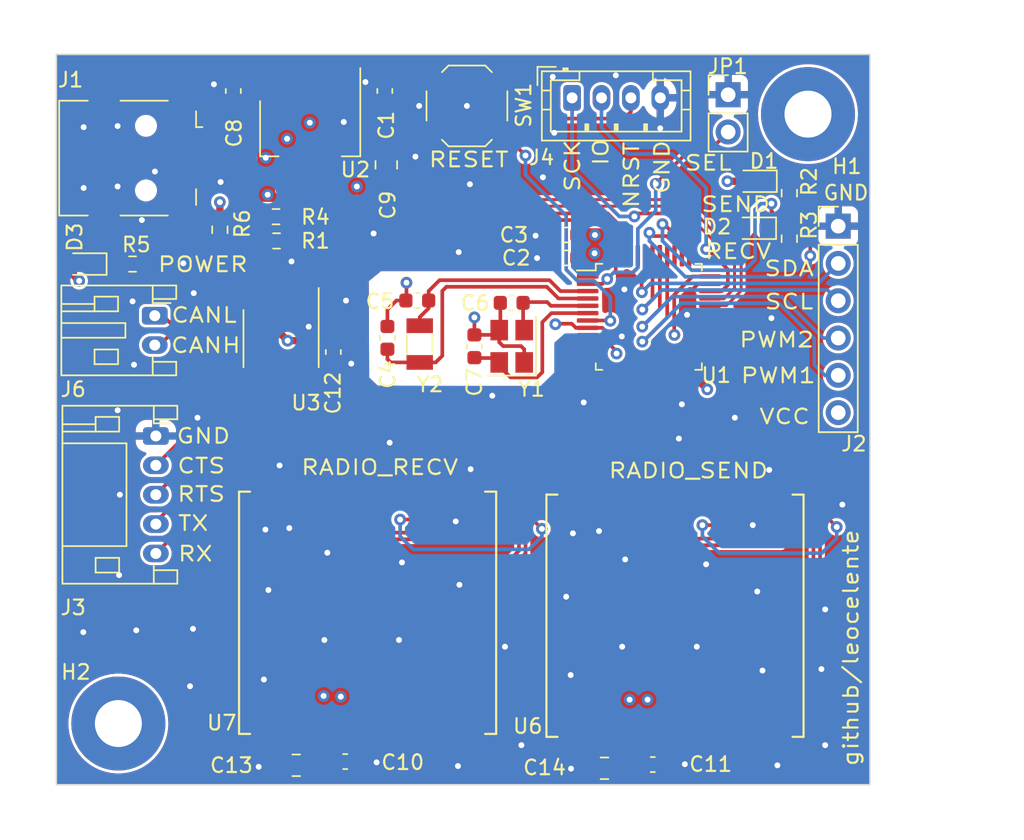
<source format=kicad_pcb>
(kicad_pcb (version 20221018) (generator pcbnew)
  (layers (0 "F.Cu" signal) (1 "In1.Cu" signal) (2 "In2.Cu" signal) (31 "B.Cu" signal) (34 "B.Paste" user) (35 "F.Paste" user) (36 "B.SilkS" user "B.Silkscreen") (37 "F.SilkS" user "F.Silkscreen") (38 "B.Mask" user) (39 "F.Mask" user) (44 "Edge.Cuts" user))
  (net 0 "")
  (net 1 "GND")
  (net 2 "/NRST")
  (net 3 "VCC")
  (net 4 "/LSE_OUT")
  (net 5 "/LSE_IN")
  (net 6 "/HSE_IN")
  (net 7 "/HSE_OUT")
  (net 8 "VBUS")
  (net 9 "/USB_DP")
  (net 11 "/SELECT")
  (net 12 "/I2C_SDA")
  (net 13 "/I2C_SCL")
  (net 14 "/PWM_2")
  (net 15 "/PWM_1")
  (net 16 "/CAN_H")
  (net 17 "/CAN_L")
  (net 18 "/UART_CTS")
  (net 19 "/UART_RTS")
  (net 20 "/UART_TX")
  (net 21 "/UART_RX")
  (net 22 "/RADIO_RECV_NSS")
  (net 23 "/RADIO_RECV_SCK")
  (net 24 "/RADIO_RECV_MISO")
  (net 25 "/RADIO_RECV_MOSI")
  (net 26 "/RADIO_RECV_RST")
  (net 27 "/RADIO_RECV_BUSY")
  (net 28 "/RADIO_RECV_DIO1")
  (net 31 "/RADIO_SEND_NSS")
  (net 32 "/RADIO_SEND_SCK")
  (net 33 "/RADIO_SEND_MISO")
  (net 34 "/RADIO_SEND_MOSI")
  (net 35 "/RADIO_SEND_RST")
  (net 36 "/RADIO_SEND_BUSY")
  (net 37 "/RADIO_SEND_DIO1")
  (net 38 "/SWDIO")
  (net 39 "/SWDCLK")
  (net 40 "/RECV_LED")
  (net 41 "/SEND_LED")
  (net 42 "/CAN_RX")
  (net 43 "/CAN_TX")
  (net 50 "unconnected-(U7-ANT-Pad1)")
  (net 53 "/CONN_DN")
  (net 54 "Net-(D1-K)")
  (net 55 "Net-(D2-K)")
  (net 56 "/CONN_DP")
  (net 57 "Net-(D3-K)")
  (net 58 "/USB_DN")
  (footprint "Connector_JST:JST_PH_S2B-PH-K_1x02_P2.00mm_Horizontal" (layer "F.Cu") (at 69.686 62.04 -90)
    (fp_text reference "J6")
    (fp_text value "Conn_01x02")
  )
  (footprint "Capacitor_SMD:C_0805_2012Metric" (layer "F.Cu") (at 79.314 92.6592 180)
    (fp_text reference "C13")
    (fp_text value "10u")
  )
  (footprint "Capacitor_SMD:C_0603_1608Metric" (layer "F.Cu") (at 97.6388 56.5404 180)
    (fp_text reference "C3")
    (fp_text value "10n")
  )
  (footprint "Capacitor_SMD:C_0603_1608Metric" (layer "F.Cu") (at 93.98 61.1632)
    (fp_text reference "C6")
    (fp_text value "22p")
  )
  (footprint "Crystal:Crystal_SMD_3225-4Pin_3.2x2.5mm" (layer "F.Cu") (at 93.9812 64.12 90)
    (fp_text reference "Y1")
    (fp_text value "16M")
  )
  (footprint "Capacitor_SMD:C_0603_1608Metric" (layer "F.Cu") (at 85.344 46.736 -90)
    (fp_text reference "C1")
    (fp_text value "0.1u")
  )
  (footprint "Resistor_SMD:R_0603_1608Metric" (layer "F.Cu") (at 112.8776 56.7944 90)
    (fp_text reference "R3")
    (fp_text value "330")
  )
  (footprint "Resistor_SMD:R_0603_1608Metric" (layer "F.Cu") (at 68.1736 58.5216)
    (fp_text reference "R5")
    (fp_text value "330")
  )
  (footprint "MountingHole:MountingHole_3.2mm_M3_Pad" (layer "F.Cu") (at 114.1476 48.3108)
    (fp_text reference "H1")
    (fp_text value "MountingHole")
  )
  (footprint "Connector_USB:USB_Mini-B_Lumberg_2486_01_Horizontal" (layer "F.Cu") (at 69.088 51.308 -90)
    (fp_text reference "J1")
    (fp_text value "USB_B_Mini")
  )
  (footprint "Resistor_SMD:R_0603_1608Metric" (layer "F.Cu") (at 74.1172 56.1848 90)
    (fp_text reference "R6")
    (fp_text value "1.5k")
  )
  (footprint "Connector_PinHeader_2.54mm:PinHeader_1x02_P2.54mm_Vertical" (layer "F.Cu") (at 108.712 46.99)
    (fp_text reference "JP1")
    (fp_text value "Jumper_2_Open")
  )
  (footprint "LED_SMD:LED_0603_1608Metric" (layer "F.Cu") (at 64.9224 58.5216 180)
    (fp_text reference "D3")
    (fp_text value "LED")
  )
  (footprint "MountingHole:MountingHole_3.2mm_M3_Pad" (layer "F.Cu") (at 67.2084 89.8144)
    (fp_text reference "H2")
    (fp_text value "MountingHole")
  )
  (footprint "Capacitor_SMD:C_0603_1608Metric" (layer "F.Cu") (at 75.0316 46.736 90)
    (fp_text reference "C8")
    (fp_text value "0.1u")
  )
  (footprint "Connector_JST:JST_PH_B4B-PH-K_1x04_P2.00mm_Vertical" (layer "F.Cu") (at 98.092 47.202)
    (fp_text reference "J4")
    (fp_text value "Conn_01x04")
  )
  (footprint "Crystal:Crystal_SMD_3215-2Pin_3.2x1.5mm" (layer "F.Cu") (at 87.7192 63.97 -90)
    (fp_text reference "Y2")
    (fp_text value "32.768k")
  )
  (footprint "Connector_JST:JST_PH_S5B-PH-K_1x05_P2.00mm_Horizontal" (layer "F.Cu") (at 69.76 70.231 -90)
    (fp_text reference "J3")
    (fp_text value "Conn_01x05")
  )
  (footprint "Resistor_SMD:R_0603_1608Metric" (layer "F.Cu") (at 77.978 56.9468)
    (fp_text reference "R1")
    (fp_text value "22")
  )
  (footprint "Capacitor_SMD:C_0805_2012Metric" (layer "F.Cu") (at 85.4456 51.7652 90)
    (fp_text reference "C9")
    (fp_text value "10u")
  )
  (footprint "RF_Module:Ai-Thinker-Ra-01-LoRa" (layer "F.Cu") (at 84.1728 82.2716 90)
    (fp_text reference "U7")
    (fp_text value "Ai-Thinker-Ra-01SH")
  )
  (footprint "Capacitor_SMD:C_0603_1608Metric" (layer "F.Cu") (at 97.6376 58.1028 180)
    (fp_text reference "C2")
    (fp_text value "0.1u")
  )
  (footprint "Capacitor_SMD:C_0603_1608Metric" (layer "F.Cu") (at 81.8388 64.516 -90)
    (fp_text reference "C12")
    (fp_text value "0.1u")
  )
  (footprint "Capacitor_SMD:C_0805_2012Metric" (layer "F.Cu") (at 100.2944 92.8624 180)
    (fp_text reference "C14")
    (fp_text value "10u")
  )
  (footprint "Resistor_SMD:R_0603_1608Metric" (layer "F.Cu") (at 77.9404 55.2958)
    (fp_text reference "R4")
    (fp_text value "22")
  )
  (footprint "Button_Switch_SMD:SW_SPST_TL3342" (layer "F.Cu") (at 90.932 47.752)
    (fp_text reference "SW1")
    (fp_text value "SW_Push")
  )
  (footprint "Capacitor_SMD:C_0603_1608Metric" (layer "F.Cu") (at 87.5532 61.006)
    (fp_text reference "C5")
    (fp_text value "6p")
  )
  (footprint "Connector_PinHeader_2.54mm:PinHeader_1x06_P2.54mm_Vertical" (layer "F.Cu") (at 116.205 55.94)
    (fp_text reference "J2")
    (fp_text value "Conn_01x06_Pin")
  )
  (footprint "Capacitor_SMD:C_0603_1608Metric" (layer "F.Cu") (at 91.4412 64.12 -90)
    (fp_text reference "C7")
    (fp_text value "22p")
  )
  (footprint "Resistor_SMD:R_0603_1608Metric" (layer "F.Cu") (at 112.8776 53.6956 -90)
    (fp_text reference "R2")
    (fp_text value "330")
  )
  (footprint "LED_SMD:LED_0603_1608Metric" (layer "F.Cu") (at 110.49 56.0832 180)
    (fp_text reference "D2")
    (fp_text value "LED")
  )
  (footprint "LED_SMD:LED_0603_1608Metric" (layer "F.Cu") (at 110.5408 52.8828 180)
    (fp_text reference "D1")
    (fp_text value "LED")
  )
  (footprint "RF_Module:Ai-Thinker-Ra-01-LoRa" (layer "F.Cu") (at 105.0948 82.4728 90)
    (fp_text reference "U6")
    (fp_text value "Ai-Thinker-Ra-01SH")
  )
  (footprint "Capacitor_SMD:C_0603_1608Metric" (layer "F.Cu") (at 82.6516 92.4052)
    (fp_text reference "C10")
    (fp_text value "0.1u")
  )
  (footprint "Package_QFP:LQFP-48_7x7mm_P0.5mm" (layer "F.Cu") (at 103.313 62.116)
    (fp_text reference "U1")
    (fp_text value "STM32F103C8Tx")
  )
  (footprint "Package_TO_SOT_SMD:SOT-223-3_TabPin2" (layer "F.Cu") (at 80.264 49.276 -90)
    (fp_text reference "U2")
    (fp_text value "AMS1117-3.3")
  )
  (footprint "Package_SO:SOIC-8_3.9x4.9mm_P1.27mm" (layer "F.Cu") (at 78.2828 63.6016 -90)
    (fp_text reference "U3")
    (fp_text value "SN65HVD230")
  )
  (footprint "Capacitor_SMD:C_0603_1608Metric" (layer "F.Cu") (at 103.5812 92.6084)
    (fp_text reference "C11")
    (fp_text value "0.1u")
  )
  (footprint "Capacitor_SMD:C_0603_1608Metric" (layer "F.Cu") (at 85.5212 63.546 -90)
    (fp_text reference "C4")
    (fp_text value "6p")
  )
  (gr_rect (start 62.992 44.2468) (end 118.364 93.98) (stroke (width 0.1)) (fill none) (layer "Edge.Cuts"))
  (gr_text "RTS" (at 71.12 74.7776) (layer "F.SilkS") (effects (font (size 1 1.2)) (justify left bottom)))
  (gr_text "IO" (at 100.6348 51.9176 90) (layer "F.SilkS") (effects (font (size 1 1.2)) (justify left bottom)))
  (gr_text "NRST" (at 102.7176 54.8132 90) (layer "F.SilkS") (effects (font (size 1 1.2)) (justify left bottom)))
  (gr_text "CTS" (at 71.12 72.8472) (layer "F.SilkS") (effects (font (size 1 1.2)) (justify left bottom)))
  (gr_text "RX" (at 71.1708 78.8416) (layer "F.SilkS") (effects (font (size 1 1.2)) (justify left bottom)))
  (gr_text "CANL" (at 70.7136 62.5856) (layer "F.SilkS") (effects (font (size 1 1.2)) (justify left bottom)))
  (gr_text "TX" (at 71.1708 76.7588) (layer "F.SilkS") (effects (font (size 1 1.2)) (justify left bottom)))
  (gr_text "SCL" (at 111.0996 61.6712) (layer "F.SilkS") (effects (font (size 1 1.2)) (justify left bottom)))
  (gr_text "SEND" (at 106.7816 55.0418) (layer "F.SilkS") (effects (font (size 1 1.2)) (justify left bottom)))
  (gr_text "github/leocelente" (at 117.6528 92.8116 90) (layer "F.SilkS") (effects (font (size 1 1.2)) (justify left bottom)))
  (gr_text "RADIO_SEND" (at 100.4824 73.1774) (layer "F.SilkS") (effects (font (size 1 1.2)) (justify left bottom)))
  (gr_text "PWM1" (at 109.474 66.7004) (layer "F.SilkS") (effects (font (size 1 1.2)) (justify left bottom)))
  (gr_text "CANH" (at 70.6882 64.643) (layer "F.SilkS") (effects (font (size 1 1.2)) (justify left bottom)))
  (gr_text "RECV" (at 107.0356 58.2422) (layer "F.SilkS") (effects (font (size 1 1.2)) (justify left bottom)))
  (gr_text "PWM2" (at 109.3724 64.262) (layer "F.SilkS") (effects (font (size 1 1.2)) (justify left bottom)))
  (gr_text "GND" (at 104.8004 53.848 90) (layer "F.SilkS") (effects (font (size 1 1.2)) (justify left bottom)))
  (gr_text "POWER" (at 69.7992 59.1312) (layer "F.SilkS") (effects (font (size 1 1.2)) (justify left bottom)))
  (gr_text "SCK" (at 98.7044 53.6956 90) (layer "F.SilkS") (effects (font (size 1 1.2)) (justify left bottom)))
  (gr_text "GND" (at 71.0692 70.8152) (layer "F.SilkS") (effects (font (size 1 1.2)) (justify left bottom)))
  (gr_text "VCC" (at 110.744 69.4944) (layer "F.SilkS") (effects (font (size 1 1.2)) (justify left bottom)))
  (gr_text "RADIO_RECV" (at 79.5528 72.9488) (layer "F.SilkS") (effects (font (size 1 1.2)) (justify left bottom)))
  (gr_text "GND" (at 115.1128 54.2544) (layer "F.SilkS") (effects (font (size 1 1)) (justify left bottom)))
  (gr_text "SEL" (at 105.664 52.2224) (layer "F.SilkS") (effects (font (size 1 1.2)) (justify left bottom)))
  (gr_text "SDA" (at 111.0742 59.4106) (layer "F.SilkS") (effects (font (size 1 1.2)) (justify left bottom)))
  (gr_text "RESET" (at 88.2396 51.9938) (layer "F.SilkS") (effects (font (size 1 1.2)) (justify left bottom)))
  (segment (start 105.563 68.0714) (end 105.563 66.2785) (width 0.25) (layer "F.Cu") (net 1))
  (segment (start 95.7196 58.1028) (end 95.7072 58.1152) (width 0.5) (layer "F.Cu") (net 1))
  (segment (start 72.3392 60.5028) (end 72.2376 60.6044) (width 0.25) (layer "F.Cu") (net 1))
  (segment (start 78.9432 61.1012) (end 78.9178 61.1266) (width 0.5) (layer "F.Cu") (net 1))
  (segment (start 93.2062 62.945) (end 93.1312 63.02) (width 0.25) (layer "F.Cu") (net 1))
  (segment (start 91.4412 62.1538) (end 91.4412 63.345) (width 0.25) (layer "F.Cu") (net 1))
  (segment (start 95.6564 56.5404) (end 95.6056 56.5912) (width 0.5) (layer "F.Cu") (net 1))
  (segment (start 97.204 58.1028) (end 95.7196 58.1028) (width 0.25) (layer "F.Cu") (net 1))
  (segment (start 94.615 64.1096) (end 94.8312 64.3258) (width 0.25) (layer "F.Cu") (net 1))
  (segment (start 104.309 46.985) (end 104.092 47.202) (width 0.25) (layer "F.Cu") (net 1))
  (segment (start 95.6056 58.0136) (end 95.7072 58.1152) (width 0.5) (layer "F.Cu") (net 1))
  (segment (start 98.066915 62.5856) (end 98.347315 62.866) (width 0.25) (layer "F.Cu") (net 1))
  (segment (start 96.8638 56.5404) (end 95.6564 56.5404) (width 0.5) (layer "F.Cu") (net 1))
  (segment (start 104.092 47.8056) (end 104.092 47.202) (width 0.25) (layer "F.Cu") (net 1))
  (segment (start 97.2052 58.1016) (end 97.204 58.1028) (width 0.25) (layer "F.Cu") (net 1))
  (segment (start 105.918 60.620315) (end 106.672315 59.866) (width 0.25) (layer "F.Cu") (net 1))
  (segment (start 93.2062 61.072) (end 93.2062 62.945) (width 0.25) (layer "F.Cu") (net 1))
  (segment (start 94.8312 64.3258) (end 94.8312 65.22) (width 0.25) (layer "F.Cu") (net 1))
  (segment (start 106.672315 59.866) (end 107.4755 59.866) (width 0.25) (layer "F.Cu") (net 1))
  (segment (start 93.3958 64.1096) (end 94.615 64.1096) (width 0.25) (layer "F.Cu") (net 1))
  (segment (start 68.0212 65.3796) (end 68.2752 65.3796) (width 0.25) (layer "F.Cu") (net 1))
  (segment (start 100.735694 63.4492) (end 100.152494 62.866) (width 0.25) (layer "F.Cu") (net 1))
  (segment (start 98.347315 62.866) (end 99.1505 62.866) (width 0.25) (layer "F.Cu") (net 1))
  (segment (start 96.953649 62.617749) (end 96.985798 62.5856) (width 0.25) (layer "F.Cu") (net 1))
  (segment (start 85.4964 50.7644) (end 85.4456 50.8152) (width 0.5) (layer "F.Cu") (net 1))
  (segment (start 87.673 45.961) (end 87.782 45.852) (width 0.5) (layer "F.Cu") (net 1))
  (segment (start 101.473 63.4492) (end 100.735694 63.4492) (width 0.25) (layer "F.Cu") (net 1))
  (segment (start 93.1312 63.12) (end 93.1312 63.845) (width 0.25) (layer "F.Cu") (net 1))
  (segment (start 105.918 61.976) (end 105.918 60.620315) (width 0.25) (layer "F.Cu") (net 1))
  (segment (start 101.6508 60.2488) (end 101.6508 59.687115) (width 0.25) (layer "F.Cu") (net 1))
  (segment (start 79.1728 90.2716) (end 79.1728 91.8504) (width 0.5) (layer "F.Cu") (net 1))
  (segment (start 85.179 46.126) (end 85.344 45.961) (width 0.5) (layer "F.Cu") (net 1))
  (segment (start 96.985798 62.5856) (end 98.066915 62.5856) (width 0.25) (layer "F.Cu") (net 1))
  (segment (start 105.5624 68.072) (end 105.563 68.0714) (width 0.25) (layer "F.Cu") (net 1))
  (segment (start 86.8172 60.967) (end 86.7782 61.006) (width 0.25) (layer "F.Cu") (net 1))
  (segment (start 102.563 58.756685) (end 102.563 57.9535) (width 0.25) (layer "F.Cu") (net 1))
  (segment (start 68.2752 61.1632) (end 68.1736 61.0616) (width 0.25) (layer "F.Cu") (net 1))
  (segment (start 101.6508 59.668885) (end 102.563 58.756685) (width 0.25) (layer "F.Cu") (net 1))
  (segment (start 100.0948 90.4728) (end 100.0948 92.112) (width 0.5) (layer "F.Cu") (net 1))
  (segment (start 97.2052 56.5404) (end 95.6564 56.5404) (width 0.25) (layer "F.Cu") (net 1))
  (segment (start 93.1312 63.845) (end 93.3958 64.1096) (width 0.25) (layer "F.Cu") (net 1))
  (segment (start 86.8172 59.7916) (end 86.8172 60.967) (width 0.25) (layer "F.Cu") (net 1))
  (segment (start 101.6508 59.687115) (end 101.063 59.099315) (width 0.25) (layer "F.Cu") (net 1))
  (segment (start 96.8626 58.1028) (end 95.7196 58.1028) (width 0.5) (layer "F.Cu") (net 1))
  (segment (start 100.152494 62.866) (end 99.1505 62.866) (width 0.25) (layer "F.Cu") (net 1))
  (segment (start 85.5212 62.771) (end 85.5212 61.621) (width 0.25) (layer "F.Cu") (net 1))
  (segment (start 74.168 52.9336) (end 74.1424 52.908) (width 0.5) (layer "F.Cu") (net 1))
  (segment (start 92.8062 63.345) (end 93.1312 63.02) (width 0.25) (layer "F.Cu") (net 1))
  (segment (start 85.5212 61.621) (end 86.1362 61.006) (width 0.25) (layer "F.Cu") (net 1))
  (segment (start 101.063 59.099315) (end 101.063 57.9535) (width 0.25) (layer "F.Cu") (net 1))
  (segment (start 79.1728 91.8504) (end 78.364 92.6592) (width 0.5) (layer "F.Cu") (net 1))
  (segment (start 86.1362 61.006) (end 86.7782 61.006) (width 0.25) (layer "F.Cu") (net 1))
  (segment (start 71.788 52.908) (end 71.6536 52.908) (width 0.5) (layer "F.Cu") (net 1))
  (segment (start 91.4412 63.345) (end 92.8062 63.345) (width 0.25) (layer "F.Cu") (net 1))
  (segment (start 96.8638 58.1016) (end 96.8626 58.1028) (width 0.5) (layer "F.Cu") (net 1))
  (segment (start 101.6508 60.2488) (end 101.6508 59.668885) (width 0.25) (layer "F.Cu") (net 1))
  (segment (start 99.809 90.77) (end 100.156 90.423) (width 0.5) (layer "F.Cu") (net 1))
  (segment (start 100.0948 92.112) (end 99.3444 92.8624) (width 0.5) (layer "F.Cu") (net 1))
  (segment (start 95.6564 58.0396) (end 95.7196 58.1028) (width 0.25) (layer "F.Cu") (net 1))
  (via (at 78.994 58.3438) (size 0.8) (drill 0.4) (layers "F.Cu" "B.Cu") (net 1))
  (via (at 90.424 80.3656) (size 0.8) (drill 0.4) (layers "F.Cu" "B.Cu") (net 1))
  (via (at 74.168 52.9336) (size 0.8) (drill 0.4) (layers "F.Cu" "B.Cu") (net 1))
  (via (at 80.1624 62.7888) (size 0.8) (drill 0.4) (layers "F.Cu" "B.Cu") (net 1))
  (via (at 98.8822 67.945) (size 0.8) (drill 0.4) (layers "F.Cu" "B.Cu") (net 1))
  (via (at 78.1812 72.2376) (size 0.8) (drill 0.4) (layers "F.Cu" "B.Cu") (net 1))
  (via (at 96.8756 49.5808) (size 0.8) (drill 0.4) (layers "F.Cu" "B.Cu") (net 1))
  (via (at 68.4276 83.4644) (size 0.8) (drill 0.4) (layers "F.Cu" "B.Cu") (net 1))
  (via (at 106.5784 84.582) (size 0.8) (drill 0.4) (layers "F.Cu" "B.Cu") (net 1))
  (via (at 101.4984 84.582) (size 0.8) (drill 0.4) (layers "F.Cu" "B.Cu") (net 1))
  (via (at 111.0488 86.2076) (size 0.8) (drill 0.4) (layers "F.Cu" "B.Cu") (net 1))
  (via (at 91.186 72.4916) (size 0.8) (drill 0.4) (layers "F.Cu" "B.Cu") (net 1))
  (via (at 97.9932 86.5124) (size 0.8) (drill 0.4) (layers "F.Cu" "B.Cu") (net 1))
  (via (at 105.918 61.976) (size 0.8) (drill 0.4) (layers "F.Cu" "B.Cu") (net 1))
  (via (at 94.6404 91.2876) (size 0.8) (drill 0.4) (layers "F.Cu" "B.Cu") (net 1))
  (via (at 115.062 86.106) (size 0.8) (drill 0.4) (layers "F.Cu" "B.Cu") (net 1))
  (via (at 82.55 48.8442) (size 0.8) (drill 0.4) (layers "F.Cu" "B.Cu") (net 1))
  (via (at 90.17 76.0476) (size 0.8) (drill 0.4) (layers "F.Cu" "B.Cu") (net 1))
  (via (at 64.8462 49.1998) (size 0.8) (drill 0.4) (layers "F.Cu" "B.Cu") (net 1))
  (via (at 96.1052 52.6118) (size 0.8) (drill 0.4) (layers "F.Cu" "B.Cu") (net 1))
  (via (at 101.473 63.4492) (size 0.8) (drill 0.4) (layers "F.Cu" "B.Cu") (net 1))
  (via (at 98.1456 76.8604) (size 0.8) (drill 0.4) (layers "F.Cu" "B.Cu") (net 1))
  (via (at 71.628 58.4708) (size 0.8) (drill 0.4) (layers "F.Cu" "B.Cu") (net 1))
  (via (at 81.2292 84.1248) (size 0.8) (drill 0.4) (layers "F.Cu" "B.Cu") (net 1))
  (via (at 78.8416 76.5048) (size 0.8) (drill 0.4) (layers "F.Cu" "B.Cu") (net 1))
  (via (at 72.2884 83.3628) (size 0.8) (drill 0.4) (layers "F.Cu" "B.Cu") (net 1))
  (via (at 90.3732 57.7088) (size 0.8) (drill 0.4) (layers "F.Cu" "B.Cu") (net 1))
  (via (at 73.7108 46.2788) (size 0.8) (drill 0.4) (layers "F.Cu" "B.Cu") (net 1))
  (via (at 86.5124 78.8416) (size 0.8) (drill 0.4) (layers "F.Cu" "B.Cu") (net 1))
  (via (at 95.7072 58.1152) (size 0.8) (drill 0.4) (layers "F.Cu" "B.Cu") (net 1))
  (via (at 101.6508 60.2488) (size 0.8) (drill 0.4) (layers "F.Cu" "B.Cu") (net 1))
  (via (at 72.3392 60.5028) (size 0.8) (drill 0.4) (layers "F.Cu" "B.Cu") (net 1))
  (via (at 105.3592 70.4088) (size 0.8) (drill 0.4) (layers "F.Cu" "B.Cu") (net 1))
  (via (at 82.7024 61.0108) (size 0.8) (drill 0.4) (layers "F.Cu" "B.Cu") (net 1))
  (via (at 64.8208 83.5914) (size 0.8) (drill 0.4) (layers "F.Cu" "B.Cu") (net 1))
  (via (at 84.7852 92.456) (size 0.8) (drill 0.4) (layers "F.Cu" "B.Cu") (net 1))
  (via (at 96.774 45.7708) (size 0.8) (drill 0.4) (layers "F.Cu" "B.Cu") (net 1))
  (via (at 115.316 82.042) (size 0.8) (drill 0.4) (layers "F.Cu" "B.Cu") (net 1))
  (via (at 85.6742 70.6882) (size 0.8) (drill 0.4) (layers "F.Cu" "B.Cu") (net 1))
  (via (at 72.0852 87.2744) (size 0.8) (drill 0.4) (layers "F.Cu" "B.Cu") (net 1))
  (via (at 95.6056 56.5912) (size 0.8) (drill 0.4) (layers "F.Cu" "B.Cu") (net 1))
  (via (at 86.3092 84.1248) (size 0.8) (drill 0.4) (layers "F.Cu" "B.Cu") (net 1))
  (via (at 67.1576 53.2384) (size 0.8) (drill 0.4) (layers "F.Cu" "B.Cu") (net 1))
  (via (at 111.6584 62.2046) (size 0.8) (drill 0.4) (layers "F.Cu" "B.Cu") (net 1))
  (via (at 84.0232 46.126) (size 0.8) (drill 0.4) (layers "F.Cu" "B.Cu") (net 1))
  (via (at 68.1736 61.0616) (size 0.8) (drill 0.4) (layers "F.Cu" "B.Cu") (net 1))
  (via (at 69.6976 52.2224) (size 0.8) (drill 0.4) (layers "F.Cu" "B.Cu") (net 1))
  (via (at 109.1692 68.9864) (size 0.8) (drill 0.4) (layers "F.Cu" "B.Cu") (net 1))
  (via (at 90.3224 92.71) (size 0.8) (drill 0.4) (layers "F.Cu" "B.Cu") (net 1))
  (via (at 87.6808 47.752) (size 0.8) (drill 0.4) (layers "F.Cu" "B.Cu") (net 1))
  (via (at 90.932 47.752) (size 0.8) (drill 0.4) (layers "F.Cu" "B.Cu") (net 1))
  (via (at 77.4192 80.7212) (size 0.8) (drill 0.4) (layers "F.Cu" "B.Cu") (net 1))
  (via (at 86.8172 59.7916) (size 0.8) (drill 0.4) (layers "F.Cu" "B.Cu") (net 1))
  (via (at 84.582 56.4388) (size 0.8) (drill 0.4) (layers "F.Cu" "B.Cu") (net 1))
  (via (at 116.4844 74.9046) (size 0.8) (drill 0.4) (layers "F.Cu" "B.Cu") (net 1))
  (via (at 68.8086 55.5244) (size 0.8) (drill 0.4) (layers "F.Cu" "B.Cu") (net 1))
  (via (at 93.5228 84.582) (size 0.8) (drill 0.4) (layers "F.Cu" "B.Cu") (net 1))
  (via (at 105.5624 68.072) (size 0.8) (drill 0.4) (layers "F.Cu" "B.Cu") (net 1))
  (via (at 83.058 65.3034) (size 0.8) (drill 0.4) (layers "F.Cu" "B.Cu") (net 1))
  (via (at 105.7656 92.583) (size 0.8) (drill 0.4) (layers "F.Cu" "B.Cu") (net 1))
  (via (at 67.1576 68.4784) (size 0.8) (drill 0.4) (layers "F.Cu" "B.Cu") (net 1))
  (via (at 87.4268 51.2064) (size 0.8) (drill 0.4) (layers "F.Cu" "B.Cu") (net 1))
  (via (at 77.216 76.6064) (size 0.8) (drill 0.4) (layers "F.Cu" "B.Cu") (net 1))
  (via (at 104.0892 49.276) (size 0.8) (drill 0.4) (layers "F.Cu" "B.Cu") (net 1))
  (via (at 97.6884 81.1784) (size 0.8) (drill 0.4) (layers "F.Cu" "B.Cu") (net 1))
  (via (at 98.0186 92.8878) (size 0.8) (drill 0.4) (layers "F.Cu" "B.Cu") (net 1))
  (via (at 72.5932 68.9864) (size 0.8) (drill 0.4) (layers "F.Cu" "B.Cu") (net 1))
  (via (at 77.1144 86.8172) (size 0.8) (drill 0.4) (layers "F.Cu" "B.Cu") (net 1))
  (via (at 67.31 74.231) (size 0.8) (drill 0.4) (layers "F.Cu" "B.Cu") (net 1))
  (via (at 101.0666 45.6692) (size 0.8) (drill 0.4) (layers "F.Cu" "B.Cu") (net 1))
  (via (at 111.506 72.5424) (size 0.8) (drill 0.4) (layers "F.Cu" "B.Cu") (net 1))
  (via (at 110.3884 76.3016) (size 0.8) (drill 0.4) (layers "F.Cu" "B.Cu") (net 1))
  (via (at 64.8462 53.34) (size 0.8) (drill 0.4) (layers "F.Cu" "B.Cu") (net 1))
  (via (at 81.4324 78.1812) (size 0.8) (drill 0.4) (layers "F.Cu" "B.Cu") (net 1))
  (via (at 115.316 91.2876) (size 0.8) (drill 0.4) (layers "F.Cu" "B.Cu") (net 1))
  (via (at 101.7016 78.6384) (size 0.8) (drill 0.4) (layers "F.Cu" "B.Cu") (net 1))
  (via (at 91.1352 53.086) (size 0.8) (drill 0.4) (layers "F.Cu" "B.Cu") (net 1))
  (via (at 67.2592 79.7052) (size 0.8) (drill 0.4) (layers "F.Cu" "B.Cu") (net 1))
  (via (at 68.2752 65.3796) (size 0.8) (drill 0.4) (layers "F.Cu" "B.Cu") (net 1))
  (via (at 76.7588 92.7608) (size 0.8) (drill 0.4) (layers "F.Cu" "B.Cu") (net 1))
  (via (at 107.2134 78.9686) (size 0.8) (drill 0.4) (layers "F.Cu" "B.Cu") (net 1))
  (via (at 91.4412 62.1538) (size 0.8) (drill 0.4) (layers "F.Cu" "B.Cu") (net 1))
  (via (at 99.9236 76.708) (size 0.8) (drill 0.4) (layers "F.Cu" "B.Cu") (net 1))
  (via (at 110.6932 80.8228) (size 0.8) (drill 0.4) (layers "F.Cu" "B.Cu") (net 1))
  (via (at 92.6592 67.4878) (size 0.8) (drill 0.4) (layers "F.Cu" "B.Cu") (net 1))
  (via (at 112.0648 92.6592) (size 0.8) (drill 0.4) (layers "F.Cu" "B.Cu") (net 1))
  (via (at 67.1576 49.1236) (size 0.8) (drill 0.4) (layers "F.Cu" "B.Cu") (net 1))
  (via (at 96.953649 62.617749) (size 0.8) (drill 0.4) (layers "F.Cu" "B.Cu") (net 1))
  (segment (start 100.677799 62.366) (end 99.1505 62.366) (width 0.25) (layer "F.Cu") (net 2))
  (segment (start 94.9198 51.1302) (end 94.082 50.2924) (width 0.25) (layer "F.Cu") (net 2))
  (segment (start 94.082 49.047) (end 94.082 49.652) (width 0.25) (layer "F.Cu") (net 2))
  (segment (start 100.692801 62.381002) (end 100.677799 62.366) (width 0.25) (layer "F.Cu") (net 2))
  (segment (start 85.344 47.511) (end 85.344 48.26) (width 0.25) (layer "F.Cu") (net 2))
  (segment (start 86.736 49.652) (end 87.782 49.652) (width 0.25) (layer "F.Cu") (net 2))
  (segment (start 102.092 47.202) (end 102.092 48.149) (width 0.25) (layer "F.Cu") (net 2))
  (segment (start 102.092 48.149) (end 101.6254 48.6156) (width 0.25) (layer "F.Cu") (net 2))
  (segment (start 100.692801 62.381002) (end 100.692801 62.324399) (width 0.25) (layer "F.Cu") (net 2))
  (segment (start 94.5134 48.6156) (end 94.082 49.047) (width 0.25) (layer "F.Cu") (net 2))
  (segment (start 101.6254 48.6156) (end 94.5134 48.6156) (width 0.25) (layer "F.Cu") (net 2))
  (segment (start 87.782 49.652) (end 94.082 49.652) (width 0.25) (layer "F.Cu") (net 2))
  (segment (start 94.082 50.2924) (end 94.082 49.652) (width 0.25) (layer "F.Cu") (net 2))
  (segment (start 85.344 48.26) (end 86.736 49.652) (width 0.25) (layer "F.Cu") (net 2))
  (via (at 94.9198 51.1302) (size 0.8) (drill 0.4) (layers "F.Cu" "B.Cu") (net 2))
  (via (at 100.692801 62.381002) (size 0.8) (drill 0.4) (layers "F.Cu" "B.Cu") (net 2))
  (segment (start 94.9198 51.1302) (end 94.9198 52.451) (width 0.25) (layer "B.Cu") (net 2))
  (segment (start 100.692801 60.779726) (end 100.692801 62.381002) (width 0.25) (layer "B.Cu") (net 2))
  (segment (start 97.6884 55.2196) (end 97.6884 58.9026) (width 0.25) (layer "B.Cu") (net 2))
  (segment (start 94.9198 52.451) (end 97.6884 55.2196) (width 0.25) (layer "B.Cu") (net 2))
  (segment (start 98.4504 59.6646) (end 99.577675 59.6646) (width 0.25) (layer "B.Cu") (net 2))
  (segment (start 99.577675 59.6646) (end 100.692801 60.779726) (width 0.25) (layer "B.Cu") (net 2))
  (segment (start 97.6884 58.9026) (end 98.4504 59.6646) (width 0.25) (layer "B.Cu") (net 2))
  (segment (start 98.5619 57.9535) (end 98.4126 58.1028) (width 0.5) (layer "F.Cu") (net 3))
  (segment (start 101.1174 64.467302) (end 100.016098 63.366) (width 0.25) (layer "F.Cu") (net 3))
  (segment (start 100.016098 63.366) (end 99.1505 63.366) (width 0.25) (layer "F.Cu") (net 3))
  (segment (start 74.1172 55.3598) (end 74.1172 54.3052) (width 0.5) (layer "F.Cu") (net 3))
  (segment (start 77.6478 62.6618) (end 77.6478 61.1266) (width 0.5) (layer "F.Cu") (net 3))
  (segment (start 106.2928 59.366) (end 107.4755 59.366) (width 0.25) (layer "F.Cu") (net 3))
  (segment (start 107.2896 67.056) (end 106.5121 66.2785) (width 0.5) (layer "F.Cu") (net 3))
  (segment (start 105.0406 60.6182) (end 106.2928 59.366) (width 0.25) (layer "F.Cu") (net 3))
  (segment (start 64.5414 59.6646) (end 64.135 59.2582) (width 0.5) (layer "F.Cu") (net 3))
  (segment (start 79.1468 52.426) (end 79.1464 52.4256) (width 0.5) (layer "F.Cu") (net 3))
  (segment (start 98.4138 58.1016) (end 98.4126 58.1028) (width 0.5) (layer "F.Cu") (net 3))
  (segment (start 64.135 58.5217) (end 64.1349 58.5216) (width 0.5) (layer "F.Cu") (net 3))
  (segment (start 78.727 63.741) (end 77.6478 62.6618) (width 0.5) (layer "F.Cu") (net 3))
  (segment (start 81.8518 63.754) (end 81.8388 63.741) (width 0.5) (layer "F.Cu") (net 3))
  (segment (start 105.0544 63.3476) (end 105.0406 63.3338) (width 0.25) (layer "F.Cu") (net 3))
  (segment (start 109.7533 52.8828) (end 109.7533 56.0324) (width 0.5) (layer "F.Cu") (net 3))
  (segment (start 105.0406 63.3338) (end 105.0406 60.6182) (width 0.25) (layer "F.Cu") (net 3))
  (segment (start 101.1174 64.6176) (end 101.1174 64.467302) (width 0.25) (layer "F.Cu") (net 3))
  (segment (start 108.6612 52.8828) (end 109.7533 52.8828) (width 0.5) (layer "F.Cu") (net 3))
  (segment (start 106.5121 66.2785) (end 106.163 66.2785) (width 0.5) (layer "F.Cu") (net 3))
  (segment (start 64.135 59.2582) (end 64.135 58.5217) (width 0.5) (layer "F.Cu") (net 3))
  (segment (start 78.727 63.741) (end 81.8388 63.741) (width 0.5) (layer "F.Cu") (net 3))
  (via (at 81.1784 87.9348) (size 0.8) (drill 0.4) (layers "F.Cu" "B.Cu") (net 3))
  (via (at 99.6188 57.785) (size 0.8) (drill 0.4) (layers "F.Cu" "B.Cu") (net 3))
  (via (at 78.6892 49.9872) (size 0.8) (drill 0.4) (layers "F.Cu" "B.Cu") (net 3))
  (via (at 74.1172 54.3052) (size 0.8) (drill 0.4) (layers "F.Cu" "B.Cu") (net 3))
  (via (at 82.3468 87.9856) (size 0.8) (drill 0.4) (layers "F.Cu" "B.Cu") (net 3))
  (via (at 102.0064 88.1888) (size 0.8) (drill 0.4) (layers "F.Cu" "B.Cu") (net 3))
  (via (at 107.2896 67.056) (size 0.8) (drill 0.4) (layers "F.Cu" "B.Cu") (net 3))
  (via (at 105.0544 63.3476) (size 0.8) (drill 0.4) (layers "F.Cu" "B.Cu") (net 3))
  (via (at 108.6612 52.8828) (size 0.8) (drill 0.4) (layers "F.Cu" "B.Cu") (net 3))
  (via (at 77.2414 51.2826) (size 0.8) (drill 0.4) (layers "F.Cu" "B.Cu") (net 3))
  (via (at 77.3684 53.7972) (size 0.8) (drill 0.4) (layers "F.Cu" "B.Cu") (net 3))
  (via (at 101.1174 64.6176) (size 0.8) (drill 0.4) (layers "F.Cu" "B.Cu") (net 3))
  (via (at 64.5414 59.6646) (size 0.8) (drill 0.4) (layers "F.Cu" "B.Cu") (net 3))
  (via (at 83.439 53.2384) (size 0.8) (drill 0.4) (layers "F.Cu" "B.Cu") (net 3))
  (via (at 103.2256 88.1888) (size 0.8) (drill 0.4) (layers "F.Cu" "B.Cu") (net 3))
  (via (at 80.2386 48.895) (size 0.8) (drill 0.4) (layers "F.Cu" "B.Cu") (net 3))
  (via (at 78.727 63.741) (size 0.8) (drill 0.4) (layers "F.Cu" "B.Cu") (net 3))
  (via (at 99.6442 56.5404) (size 0.8) (drill 0.4) (layers "F.Cu" "B.Cu") (net 3))
  (segment (start 85.7432 65.22) (end 85.5212 64.998) (width 0.25) (layer "F.Cu") (net 4))
  (segment (start 87.7192 65.22) (end 85.7432 65.22) (width 0.25) (layer "F.Cu") (net 4))
  (segment (start 87.7192 65.22) (end 88.8056 65.22) (width 0.25) (layer "F.Cu") (net 4))
  (segment (start 89.535 60.071) (end 96.3676 60.071) (width 0.25) (layer "F.Cu") (net 4))
  (segment (start 96.3676 60.071) (end 97.1626 60.866) (width 0.25) (layer "F.Cu") (net 4))
  (segment (start 85.5212 64.998) (end 85.5212 64.321) (width 0.25) (layer "F.Cu") (net 4))
  (segment (start 89.2556 64.77) (end 89.2556 60.3504) (width 0.25) (layer "F.Cu") (net 4))
  (segment (start 88.8056 65.22) (end 89.2556 64.77) (width 0.25) (layer "F.Cu") (net 4))
  (segment (start 89.2556 60.3504) (end 89.535 60.071) (width 0.25) (layer "F.Cu") (net 4))
  (segment (start 97.1626 60.866) (end 99.1505 60.866) (width 0.25) (layer "F.Cu") (net 4))
  (segment (start 88.3282 60.3634) (end 89.0706 59.621) (width 0.25) (layer "F.Cu") (net 5))
  (segment (start 87.7192 62.1408) (end 88.3282 61.5318) (width 0.25) (layer "F.Cu") (net 5))
  (segment (start 88.3282 61.5318) (end 88.3282 61.006) (width 0.25) (layer "F.Cu") (net 5))
  (segment (start 87.7192 62.72) (end 87.7192 62.1408) (width 0.25) (layer "F.Cu") (net 5))
  (segment (start 89.0706 59.621) (end 96.553996 59.621) (width 0.25) (layer "F.Cu") (net 5))
  (segment (start 96.553996 59.621) (end 97.298996 60.366) (width 0.25) (layer "F.Cu") (net 5))
  (segment (start 97.298996 60.366) (end 99.1505 60.366) (width 0.25) (layer "F.Cu") (net 5))
  (segment (start 88.3282 61.006) (end 88.3282 60.3634) (width 0.25) (layer "F.Cu") (net 5))
  (segment (start 96.6466 61.366) (end 99.1505 61.366) (width 0.25) (layer "F.Cu") (net 6))
  (segment (start 95.0976 61.1124) (end 96.393 61.1124) (width 0.25) (layer "F.Cu") (net 6))
  (segment (start 94.8312 63.02) (end 94.7562 62.945) (width 0.25) (layer "F.Cu") (net 6))
  (segment (start 94.7562 62.945) (end 94.7562 61.4538) (width 0.25) (layer "F.Cu") (net 6))
  (segment (start 96.393 61.1124) (end 96.6466 61.366) (width 0.25) (layer "F.Cu") (net 6))
  (segment (start 94.7562 61.4538) (end 95.0976 61.1124) (width 0.25) (layer "F.Cu") (net 6))
  (segment (start 93.1312 65.22) (end 92.8336 64.9224) (width 0.25) (layer "F.Cu") (net 7))
  (segment (start 96.0628 65.8876) (end 96.0628 62.484) (width 0.25) (layer "F.Cu") (net 7))
  (segment (start 91.4686 64.9224) (end 91.4412 64.895) (width 0.25) (layer "F.Cu") (net 7))
  (segment (start 93.1312 65.22) (end 93.1312 65.47) (width 0.25) (layer "F.Cu") (net 7))
  (segment (start 92.8336 64.9224) (end 91.4686 64.9224) (width 0.25) (layer "F.Cu") (net 7))
  (segment (start 93.9062 66.245) (end 95.7054 66.245) (width 0.25) (layer "F.Cu") (net 7))
  (segment (start 95.7054 66.245) (end 96.0628 65.8876) (width 0.25) (layer "F.Cu") (net 7))
  (segment (start 96.0628 62.484) (end 96.6808 61.866) (width 0.25) (layer "F.Cu") (net 7))
  (segment (start 93.1312 65.47) (end 93.9062 66.245) (width 0.25) (layer "F.Cu") (net 7))
  (segment (start 96.6808 61.866) (end 99.1505 61.866) (width 0.25) (layer "F.Cu") (net 7))
  (segment (start 72.987 49.708) (end 71.788 49.708) (width 0.5) (layer "F.Cu") (net 8))
  (segment (start 81.1688 54.581) (end 78.803 56.9468) (width 0.2) (layer "F.Cu") (net 9))
  (segment (start 108.088 60.891) (end 108.412 60.891) (width 0.2) (layer "F.Cu") (net 9))
  (segment (start 109.1474 58.3608) (end 105.3676 54.581) (width 0.2) (layer "F.Cu") (net 9))
  (segment (start 109.1474 60.1556) (end 109.1474 58.3608) (width 0.2) (layer "F.Cu") (net 9))
  (segment (start 108.063 60.866) (end 108.088 60.891) (width 0.2) (layer "F.Cu") (net 9))
  (segment (start 107.4755 60.866) (end 108.063 60.866) (width 0.2) (layer "F.Cu") (net 9))
  (segment (start 105.3676 54.581) (end 81.1688 54.581) (width 0.2) (layer "F.Cu") (net 9))
  (segment (start 108.412 60.891) (end 109.1474 60.1556) (width 0.2) (layer "F.Cu") (net 9))
  (segment (start 106.045 50.8) (end 107.442 50.8) (width 0.25) (layer "F.Cu") (net 11))
  (segment (start 100.479959 59.541579) (end 100.155538 59.866) (width 0.25) (layer "F.Cu") (net 11))
  (segment (start 100.155538 59.866) (end 99.1505 59.866) (width 0.25) (layer "F.Cu") (net 11))
  (segment (start 103.7844 53.0606) (end 106.045 50.8) (width 0.25) (layer "F.Cu") (net 11))
  (segment (start 107.442 50.8) (end 108.712 49.53) (width 0.25) (layer "F.Cu") (net 11))
  (via (at 103.7844 53.0606) (size 0.8) (drill 0.4) (layers "F.Cu" "B.Cu") (net 11))
  (via (at 100.479959 59.541579) (size 0.8) (drill 0.4) (layers "F.Cu" "B.Cu") (net 11))
  (segment (start 102.255905 59.084895) (end 100.936643 59.084895) (width 0.25) (layer "B.Cu") (net 11))
  (segment (start 103.7844 53.0606) (end 103.7844 54.905495) (width 0.25) (layer "B.Cu") (net 11))
  (segment (start 102.5652 56.124695) (end 102.5652 58.7756) (width 0.25) (layer "B.Cu") (net 11))
  (segment (start 100.936643 59.084895) (end 100.479959 59.541579) (width 0.25) (layer "B.Cu") (net 11))
  (segment (start 102.5652 58.7756) (end 102.255905 59.084895) (width 0.25) (layer "B.Cu") (net 11))
  (segment (start 103.7844 54.905495) (end 102.5652 56.124695) (width 0.25) (layer "B.Cu") (net 11))
  (segment (start 102.8385 60.437615) (end 102.8192 60.418315) (width 0.25) (layer "F.Cu") (net 12))
  (segment (start 102.8192 60.418315) (end 102.8192 59.136881) (width 0.25) (layer "F.Cu") (net 12))
  (segment (start 102.8192 59.136881) (end 103.063 58.893081) (width 0.25) (layer "F.Cu") (net 12))
  (segment (start 103.063 58.893081) (end 103.063 57.9535) (width 0.25) (layer "F.Cu") (net 12))
  (via (at 102.8385 60.437615) (size 0.8) (drill 0.4) (layers "F.Cu" "B.Cu") (net 12))
  (segment (start 103.437515 59.8386) (end 114.8464 59.8386) (width 0.25) (layer "B.Cu") (net 12))
  (segment (start 114.8464 59.8386) (end 116.205 58.48) (width 0.25) (layer "B.Cu") (net 12))
  (segment (start 102.8385 60.437615) (end 103.437515 59.8386) (width 0.25) (layer "B.Cu") (net 12))
  (segment (start 103.563 60.9274) (end 103.563 57.9535) (width 0.25) (layer "F.Cu") (net 13))
  (segment (start 102.87 61.6204) (end 103.563 60.9274) (width 0.25) (layer "F.Cu") (net 13))
  (via (at 102.87 61.6204) (size 0.8) (drill 0.4) (layers "F.Cu" "B.Cu") (net 13))
  (segment (start 102.87 61.6204) (end 104.2018 60.2886) (width 0.25) (layer "B.Cu") (net 13))
  (segment (start 104.2018 60.2886) (end 115.4736 60.2886) (width 0.25) (layer "B.Cu") (net 13))
  (segment (start 115.4736 60.2886) (end 116.205 61.02) (width 0.25) (layer "B.Cu") (net 13))
  (segment (start 102.865701 62.784501) (end 104.063 61.587202) (width 0.25) (layer "F.Cu") (net 14))
  (segment (start 104.063 61.587202) (end 104.063 57.9535) (width 0.25) (layer "F.Cu") (net 14))
  (via (at 102.865701 62.784501) (size 0.8) (drill 0.4) (layers "F.Cu" "B.Cu") (net 14))
  (segment (start 115.174196 63.56) (end 116.205 63.56) (width 0.25) (layer "B.Cu") (net 14))
  (segment (start 104.911602 60.7386) (end 112.352796 60.7386) (width 0.25) (layer "B.Cu") (net 14))
  (segment (start 102.865701 62.784501) (end 104.911602 60.7386) (width 0.25) (layer "B.Cu") (net 14))
  (segment (start 112.352796 60.7386) (end 115.174196 63.56) (width 0.25) (layer "B.Cu") (net 14))
  (segment (start 102.87 63.8048) (end 102.9208 63.8048) (width 0.25) (layer "F.Cu") (net 15))
  (segment (start 102.9208 63.8048) (end 104.563 62.1626) (width 0.25) (layer "F.Cu") (net 15))
  (segment (start 104.563 62.1626) (end 104.563 57.9535) (width 0.25) (layer "F.Cu") (net 15))
  (via (at 102.87 63.8048) (size 0.8) (drill 0.4) (layers "F.Cu" "B.Cu") (net 15))
  (segment (start 102.9208 63.8048) (end 105.537 61.1886) (width 0.25) (layer "B.Cu") (net 15))
  (segment (start 115.2998 66.1) (end 116.205 66.1) (width 0.25) (layer "B.Cu") (net 15))
  (segment (start 114.5794 65.3796) (end 115.2998 66.1) (width 0.25) (layer "B.Cu") (net 15))
  (segment (start 102.87 63.8048) (end 102.9208 63.8048) (width 0.25) (layer "B.Cu") (net 15))
  (segment (start 105.537 61.1886) (end 112.1664 61.1886) (width 0.25) (layer "B.Cu") (net 15))
  (segment (start 112.1664 61.1886) (end 114.5794 63.6016) (width 0.25) (layer "B.Cu") (net 15))
  (segment (start 114.5794 63.6016) (end 114.5794 65.3796) (width 0.25) (layer "B.Cu") (net 15))
  (segment (start 70.9494 63.1118) (end 71.822604 63.1118) (width 0.25) (layer "F.Cu") (net 16))
  (segment (start 71.822604 63.1118) (end 73.0068 64.295996) (width 0.25) (layer "F.Cu") (net 16))
  (segment (start 73.0068 64.295996) (end 73.0068 67.2664) (width 0.25) (layer "F.Cu") (net 16))
  (segment (start 70.0212 64.04) (end 70.9494 63.1118) (width 0.25) (layer "F.Cu") (net 16))
  (segment (start 73.0068 67.2664) (end 74.2624 68.522) (width 0.25) (layer "F.Cu") (net 16))
  (segment (start 77.199196 68.522) (end 78.9178 66.803396) (width 0.25) (layer "F.Cu") (net 16))
  (segment (start 78.9178 66.803396) (end 78.9178 66.0766) (width 0.25) (layer "F.Cu") (net 16))
  (segment (start 74.2624 68.522) (end 77.199196 68.522) (width 0.25) (layer "F.Cu") (net 16))
  (segment (start 69.686 64.04) (end 70.0212 64.04) (width 0.25) (layer "F.Cu") (net 16))
  (segment (start 74.448796 68.072) (end 73.4568 67.080004) (width 0.25) (layer "F.Cu") (net 17))
  (segment (start 73.4568 67.080004) (end 73.4568 64.1096) (width 0.25) (layer "F.Cu") (net 17))
  (segment (start 77.0128 68.072) (end 74.448796 68.072) (width 0.25) (layer "F.Cu") (net 17))
  (segment (start 73.4568 64.1096) (end 72.009 62.6618) (width 0.25) (layer "F.Cu") (net 17))
  (segment (start 70.2442 62.04) (end 69.686 62.04) (width 0.25) (layer "F.Cu") (net 17))
  (segment (start 70.866 62.6618) (end 70.2442 62.04) (width 0.25) (layer "F.Cu") (net 17))
  (segment (start 72.009 62.6618) (end 70.866 62.6618) (width 0.25) (layer "F.Cu") (net 17))
  (segment (start 77.6478 66.0766) (end 77.6478 67.437) (width 0.25) (layer "F.Cu") (net 17))
  (segment (start 77.6478 67.437) (end 77.0128 68.072) (width 0.25) (layer "F.Cu") (net 17))
  (segment (start 71.5314 70.4596) (end 69.76 72.231) (width 0.25) (layer "F.Cu") (net 18))
  (segment (start 99.1505 63.866) (end 98.210919 63.866) (width 0.25) (layer "F.Cu") (net 18))
  (segment (start 94.6912 68.326) (end 78.862812 68.326) (width 0.25) (layer "F.Cu") (net 18))
  (segment (start 98.210919 63.866) (end 97.2892 64.787719) (width 0.25) (layer "F.Cu") (net 18))
  (segment (start 97.2892 64.787719) (end 97.2892 65.728) (width 0.25) (layer "F.Cu") (net 18))
  (segment (start 76.729212 70.4596) (end 71.5314 70.4596) (width 0.25) (layer "F.Cu") (net 18))
  (segment (start 78.862812 68.326) (end 76.729212 70.4596) (width 0.25) (layer "F.Cu") (net 18))
  (segment (start 97.2892 65.728) (end 94.6912 68.326) (width 0.25) (layer "F.Cu") (net 18))
  (segment (start 97.7392 64.974115) (end 97.7392 65.914396) (width 0.25) (layer "F.Cu") (net 19))
  (segment (start 76.915608 70.9096) (end 73.0814 70.9096) (width 0.25) (layer "F.Cu") (net 19))
  (segment (start 98.347315 64.366) (end 97.7392 64.974115) (width 0.25) (layer "F.Cu") (net 19))
  (segment (start 99.1505 64.366) (end 98.347315 64.366) (width 0.25) (layer "F.Cu") (net 19))
  (segment (start 73.0814 70.9096) (end 69.76 74.231) (width 0.25) (layer "F.Cu") (net 19))
  (segment (start 97.7392 65.914396) (end 94.877596 68.776) (width 0.25) (layer "F.Cu") (net 19))
  (segment (start 94.877596 68.776) (end 79.049208 68.776) (width 0.25) (layer "F.Cu") (net 19))
  (segment (start 79.049208 68.776) (end 76.915608 70.9096) (width 0.25) (layer "F.Cu") (net 19))
  (segment (start 74.4872 71.3596) (end 69.76 76.0868) (width 0.25) (layer "F.Cu") (net 20))
  (segment (start 95.063992 69.226) (end 79.235604 69.226) (width 0.25) (layer "F.Cu") (net 20))
  (segment (start 69.76 76.0868) (end 69.76 76.231) (width 0.25) (layer "F.Cu") (net 20))
  (segment (start 99.1505 65.139492) (end 95.063992 69.226) (width 0.25) (layer "F.Cu") (net 20))
  (segment (start 79.235604 69.226) (end 77.102004 71.3596) (width 0.25) (layer "F.Cu") (net 20))
  (segment (start 77.102004 71.3596) (end 74.4872 71.3596) (width 0.25) (layer "F.Cu") (net 20))
  (segment (start 99.1505 64.866) (end 99.1505 65.139492) (width 0.25) (layer "F.Cu") (net 20))
  (segment (start 95.250388 69.676) (end 98.647888 66.2785) (width 0.25) (layer "F.Cu") (net 21))
  (segment (start 98.647888 66.2785) (end 100.563 66.2785) (width 0.25) (layer "F.Cu") (net 21))
  (segment (start 69.76 78.231) (end 71.2724 76.7186) (width 0.25) (layer "F.Cu") (net 21))
  (segment (start 79.422 69.676) (end 95.250388 69.676) (width 0.25) (layer "F.Cu") (net 21))
  (segment (start 75.0532 71.8096) (end 77.2884 71.8096) (width 0.25) (layer "F.Cu") (net 21))
  (segment (start 71.2724 76.7186) (end 71.2724 75.5904) (width 0.25) (layer "F.Cu") (net 21))
  (segment (start 77.2884 71.8096) (end 79.422 69.676) (width 0.25) (layer "F.Cu") (net 21))
  (segment (start 71.2724 75.5904) (end 75.0532 71.8096) (width 0.25) (layer "F.Cu") (net 21))
  (segment (start 100.842808 68.9788) (end 97.46042 68.9788) (width 0.25) (layer "F.Cu") (net 22))
  (segment (start 86.2004 71.2796) (end 85.2424 72.2376) (width 0.25) (layer "F.Cu") (net 22))
  (segment (start 101.063 66.2785) (end 101.0484 66.2931) (width 0.25) (layer "F.Cu") (net 22))
  (segment (start 101.0484 66.2931) (end 101.0484 68.773208) (width 0.25) (layer "F.Cu") (net 22))
  (segment (start 80.0354 72.2376) (end 79.1502 73.1228) (width 0.25) (layer "F.Cu") (net 22))
  (segment (start 85.2424 72.2376) (end 80.0354 72.2376) (width 0.25) (layer "F.Cu") (net 22))
  (segment (start 79.1502 73.1228) (end 79.1502 74.3214) (width 0.25) (layer "F.Cu") (net 22))
  (segment (start 97.46042 68.9788) (end 95.15962 71.2796) (width 0.25) (layer "F.Cu") (net 22))
  (segment (start 101.0484 68.773208) (end 100.842808 68.9788) (width 0.25) (layer "F.Cu") (net 22))
  (segment (start 95.15962 71.2796) (end 86.2004 71.2796) (width 0.25) (layer "F.Cu") (net 22))
  (segment (start 95.346016 71.7296) (end 86.386796 71.7296) (width 0.25) (layer "F.Cu") (net 23))
  (segment (start 101.563 68.895004) (end 101.029204 69.4288) (width 0.25) (layer "F.Cu") (net 23))
  (segment (start 97.646816 69.4288) (end 95.346016 71.7296) (width 0.25) (layer "F.Cu") (net 23))
  (segment (start 86.386796 71.7296) (end 85.497796 72.6186) (width 0.25) (layer "F.Cu") (net 23))
  (segment (start 85.497796 72.6186) (end 85.4964 72.6186) (width 0.25) (layer "F.Cu") (net 23))
  (segment (start 85.4964 72.6186) (end 85.1502 72.9648) (width 0.25) (layer "F.Cu") (net 23))
  (segment (start 101.563 66.2785) (end 101.563 68.895004) (width 0.25) (layer "F.Cu") (net 23))
  (segment (start 85.1502 72.9648) (end 85.1502 74.3214) (width 0.25) (layer "F.Cu") (net 23))
  (segment (start 101.029204 69.4288) (end 97.646816 69.4288) (width 0.25) (layer "F.Cu") (net 23))
  (segment (start 101.2156 69.8788) (end 97.833212 69.8788) (width 0.25) (layer "F.Cu") (net 24))
  (segment (start 84.2336 76.8168) (end 83.1502 75.7334) (width 0.25) (layer "F.Cu") (net 24))
  (segment (start 97.833212 69.8788) (end 93.5736 74.138412) (width 0.25) (layer "F.Cu") (net 24))
  (segment (start 102.063 69.0314) (end 101.2156 69.8788) (width 0.25) (layer "F.Cu") (net 24))
  (segment (start 93.5736 74.138412) (end 93.5736 75.9968) (width 0.25) (layer "F.Cu") (net 24))
  (segment (start 102.063 66.2785) (end 102.063 69.0314) (width 0.25) (layer "F.Cu") (net 24))
  (segment (start 83.1502 75.7334) (end 83.1502 74.3214) (width 0.25) (layer "F.Cu") (net 24))
  (segment (start 93.5736 75.9968) (end 92.7536 76.8168) (width 0.25) (layer "F.Cu") (net 24))
  (segment (start 92.7536 76.8168) (end 84.2336 76.8168) (width 0.25) (layer "F.Cu") (net 24))
  (segment (start 81.1502 75.359) (end 81.1502 74.3214) (width 0.25) (layer "F.Cu") (net 25))
  (segment (start 101.401996 70.3288) (end 98.019608 70.3288) (width 0.25) (layer "F.Cu") (net 25))
  (segment (start 102.563 66.2785) (end 102.563 69.167796) (width 0.25) (layer "F.Cu") (net 25))
  (segment (start 83.058 77.2668) (end 81.1502 75.359) (width 0.25) (layer "F.Cu") (net 25))
  (segment (start 94.0236 74.324808) (end 94.0236 76.183196) (width 0.25) (layer "F.Cu") (net 25))
  (segment (start 102.563 69.167796) (end 101.401996 70.3288) (width 0.25) (layer "F.Cu") (net 25))
  (segment (start 98.019608 70.3288) (end 94.0236 74.324808) (width 0.25) (layer "F.Cu") (net 25))
  (segment (start 94.0236 76.183196) (end 92.939996 77.2668) (width 0.25) (layer "F.Cu") (net 25))
  (segment (start 92.939996 77.2668) (end 83.058 77.2668) (width 0.25) (layer "F.Cu") (net 25))
  (segment (start 98.206004 70.7788) (end 94.4736 74.511204) (width 0.25) (layer "F.Cu") (net 26))
  (segment (start 103.063 69.3318) (end 101.616 70.7788) (width 0.25) (layer "F.Cu") (net 26))
  (segment (start 101.616 70.7788) (end 98.206004 70.7788) (width 0.25) (layer "F.Cu") (net 26))
  (segment (start 83.1502 89.3666) (end 83.1502 90.3214) (width 0.25) (layer "F.Cu") (net 26))
  (segment (start 94.4736 74.511204) (end 94.4736 78.0432) (width 0.25) (layer "F.Cu") (net 26))
  (segment (start 94.4736 78.0432) (end 83.1502 89.3666) (width 0.25) (layer "F.Cu") (net 26))
  (segment (start 103.063 66.2785) (end 103.063 69.3318) (width 0.25) (layer "F.Cu") (net 26))
  (segment (start 100.7364 71.6788) (end 98.8314 71.6788) (width 0.25) (layer "F.Cu") (net 27))
  (segment (start 95.568198 74.689398) (end 95.3736 74.883996) (width 0.25) (layer "F.Cu") (net 27))
  (segment (start 101.988792 71.6788) (end 100.7364 71.6788) (width 0.25) (layer "F.Cu") (net 27))
  (segment (start 104.063 69.604592) (end 103.940696 69.726896) (width 0.25) (layer "F.Cu") (net 27))
  (segment (start 95.3736 75.8918) (end 96.0374 76.5556) (width 0.25) (layer "F.Cu") (net 27))
  (segment (start 87.9238 75.9206) (end 89.1728 74.6716) (width 0.25) (layer "F.Cu") (net 27))
  (segment (start 95.3736 74.883996) (end 95.3736 75.1586) (width 0.25) (layer "F.Cu") (net 27))
  (segment (start 98.8314 71.6788) (end 98.578796 71.6788) (width 0.25) (layer "F.Cu") (net 27))
  (segment (start 95.3736 75.1586) (end 95.3736 75.8918) (width 0.25) (layer "F.Cu") (net 27))
  (segment (start 89.1728 74.6716) (end 89.1728 74.2716) (width 0.25) (layer "F.Cu") (net 27))
  (segment (start 98.578796 71.6788) (end 95.568198 74.689398) (width 0.25) (layer "F.Cu") (net 27))
  (segment (start 103.940696 69.726896) (end 101.988792 71.6788) (width 0.25) (layer "F.Cu") (net 27))
  (segment (start 86.3854 75.9206) (end 87.9238 75.9206) (width 0.25) (layer "F.Cu") (net 27))
  (segment (start 104.063 66.2785) (end 104.063 69.604592) (width 0.25) (layer "F.Cu") (net 27))
  (via (at 96.0374 76.5556) (size 0.8) (drill 0.4) (layers "F.Cu" "B.Cu") (net 27))
  (via (at 86.3854 75.9206) (size 0.8) (drill 0.4) (layers "F.Cu" "B.Cu") (net 27))
  (segment (start 96.0374 77.0636) (end 96.0374 76.5556) (width 0.25) (layer "B.Cu") (net 27))
  (segment (start 87.2744 77.9526) (end 95.1484 77.9526) (width 0.25) (layer "B.Cu") (net 27))
  (segment (start 86.3854 77.0636) (end 87.2744 77.9526) (width 0.25) (layer "B.Cu") (net 27))
  (segment (start 86.3854 75.9206) (end 86.3854 77.0636) (width 0.25) (layer "B.Cu") (net 27))
  (segment (start 95.1484 77.9526) (end 96.0374 77.0636) (width 0.25) (layer "B.Cu") (net 27))
  (segment (start 94.9236 78.229596) (end 87.1728 85.980396) (width 0.25) (layer "F.Cu") (net 28))
  (segment (start 94.9236 74.6976) (end 94.9236 78.229596) (width 0.25) (layer "F.Cu") (net 28))
  (segment (start 87.1728 85.980396) (end 87.1728 90.2716) (width 0.25) (layer "F.Cu") (net 28))
  (segment (start 103.563 66.2785) (end 103.563 69.468196) (width 0.25) (layer "F.Cu") (net 28))
  (segment (start 101.802396 71.2288) (end 98.3924 71.2288) (width 0.25) (layer "F.Cu") (net 28))
  (segment (start 103.563 69.468196) (end 101.802396 71.2288) (width 0.25) (layer "F.Cu") (net 28))
  (segment (start 98.3924 71.2288) (end 94.9236 74.6976) (width 0.25) (layer "F.Cu") (net 28))
  (segment (start 100.156 73.199) (end 100.156 74.423) (width 0.25) (layer "F.Cu") (net 31))
  (segment (start 110.9108 71.282004) (end 110.666404 71.5264) (width 0.25) (layer "F.Cu") (net 31))
  (segment (start 100.9904 72.3646) (end 100.156 73.199) (width 0.25) (layer "F.Cu") (net 31))
  (segment (start 110.9108 67.7816) (end 110.9108 71.282004) (width 0.25) (layer "F.Cu") (net 31))
  (segment (start 110.666404 71.5264) (end 107.0356 71.5264) (width 0.25) (layer "F.Cu") (net 31))
  (segment (start 107.0356 71.5264) (end 106.1974 72.3646) (width 0.25) (layer "F.Cu") (net 31))
  (segment (start 106.1974 72.3646) (end 100.9904 72.3646) (width 0.25) (layer "F.Cu") (net 31))
  (segment (start 107.4755 64.866) (end 107.9952 64.866) (width 0.25) (layer "F.Cu") (net 31))
  (segment (start 107.9952 64.866) (end 110.9108 67.7816) (width 0.25) (layer "F.Cu") (net 31))
  (segment (start 107.221996 71.9764) (end 106.325796 72.8726) (width 0.25) (layer "F.Cu") (net 32))
  (segment (start 106.3244 72.8726) (end 106.156 73.041) (width 0.25) (layer "F.Cu") (net 32))
  (segment (start 111.3608 71.4684) (end 110.8528 71.9764) (width 0.25) (layer "F.Cu") (net 32))
  (segment (start 107.4755 64.366) (end 108.278685 64.366) (width 0.25) (layer "F.Cu") (net 32))
  (segment (start 110.8528 71.9764) (end 107.221996 71.9764) (width 0.25) (layer "F.Cu") (net 32))
  (segment (start 111.3608 67.448116) (end 111.3608 71.4684) (width 0.25) (layer "F.Cu") (net 32))
  (segment (start 106.325796 72.8726) (end 106.3244 72.8726) (width 0.25) (layer "F.Cu") (net 32))
  (segment (start 106.156 73.041) (end 106.156 74.423) (width 0.25) (layer "F.Cu") (net 32))
  (segment (start 108.278685 64.366) (end 111.3608 67.448116) (width 0.25) (layer "F.Cu") (net 32))
  (segment (start 108.415081 63.866) (end 111.8108 67.261719) (width 0.25) (layer "F.Cu") (net 33))
  (segment (start 107.4755 63.866) (end 108.415081 63.866) (width 0.25) (layer "F.Cu") (net 33))
  (segment (start 105.4172 77.2232) (end 104.156 75.962) (width 0.25) (layer "F.Cu") (net 33))
  (segment (start 111.8108 67.261719) (end 111.8108 71.628) (width 0.25) (layer "F.Cu") (net 33))
  (segment (start 112.132404 77.2232) (end 105.4172 77.2232) (width 0.25) (layer "F.Cu") (net 33))
  (segment (start 111.8108 71.628) (end 113.6176 73.4348) (width 0.25) (layer "F.Cu") (net 33))
  (segment (start 113.6176 75.738004) (end 112.132404 77.2232) (width 0.25) (layer "F.Cu") (net 33))
  (segment (start 104.156 75.962) (end 104.156 74.423) (width 0.25) (layer "F.Cu") (net 33))
  (segment (start 113.6176 73.4348) (end 113.6176 75.738004) (width 0.25) (layer "F.Cu") (net 33))
  (segment (start 114.0676 73.248404) (end 114.0676 75.9244) (width 0.25) (layer "F.Cu") (net 34))
  (segment (start 112.3188 77.6732) (end 104.14 77.6732) (width 0.25) (layer "F.Cu") (net 34))
  (segment (start 112.2608 71.441604) (end 114.0676 73.248404) (width 0.25) (layer "F.Cu") (net 34))
  (segment (start 108.551477 63.366) (end 112.2608 67.075323) (width 0.25) (layer "F.Cu") (net 34))
  (segment (start 102.156 75.6892) (end 102.156 74.423) (width 0.25) (layer "F.Cu") (net 34))
  (segment (start 107.4755 63.366) (end 108.551477 63.366) (width 0.25) (layer "F.Cu") (net 34))
  (segment (start 104.14 77.6732) (end 102.156 75.6892) (width 0.25) (layer "F.Cu") (net 34))
  (segment (start 114.0676 75.9244) (end 112.3188 77.6732) (width 0.25) (layer "F.Cu") (net 34))
  (segment (start 112.2608 67.075323) (end 112.2608 71.441604) (width 0.25) (layer "F.Cu") (net 34))
  (segment (start 114.5176 73.062008) (end 114.5176 79.027608) (width 0.25) (layer "F.Cu") (net 35))
  (segment (start 112.7108 66.888927) (end 112.7108 71.255208) (width 0.25) (layer "F.Cu") (net 35))
  (segment (start 108.687873 62.866) (end 112.7108 66.888927) (width 0.25) (layer "F.Cu") (net 35))
  (segment (start 107.4755 62.866) (end 108.687873 62.866) (width 0.25) (layer "F.Cu") (net 35))
  (segment (start 112.7108 71.255208) (end 114.5176 73.062008) (width 0.25) (layer "F.Cu") (net 35))
  (segment (start 114.5176 79.027608) (end 104.156 89.389208) (width 0.25) (layer "F.Cu") (net 35))
  (segment (start 104.156 89.389208) (end 104.156 90.423) (width 0.25) (layer "F.Cu") (net 35))
  (segment (start 115.217192 72.488808) (end 115.4176 72.689216) (width 0.25) (layer "F.Cu") (net 36))
  (segment (start 115.4176 75.7428) (end 116.1034 76.4286) (width 0.25) (layer "F.Cu") (net 36))
  (segment (start 113.6108 70.7136) (end 113.6108 70.882416) (width 0.25) (layer "F.Cu") (net 36))
  (segment (start 109.035196 61.866) (end 110.389098 63.219902) (width 0.25) (layer "F.Cu") (net 36))
  (segment (start 110.0948 74.7228) (end 110.0948 74.4728) (width 0.25) (layer "F.Cu") (net 36))
  (segment (start 113.6108 70.882416) (end 115.217192 72.488808) (width 0.25) (layer "F.Cu") (net 36))
  (segment (start 106.9594 76.3016) (end 108.516 76.3016) (width 0.25) (layer "F.Cu") (net 36))
  (segment (start 110.389098 63.219902) (end 113.6108 66.441604) (width 0.25) (layer "F.Cu") (net 36))
  (segment (start 115.4176 72.689216) (end 115.4176 75.1586) (width 0.25) (layer "F.Cu") (net 36))
  (segment (start 115.4176 75.1586) (end 115.4176 75.7428) (width 0.25) (layer "F.Cu") (net 36))
  (segment (start 107.4755 61.866) (end 109.035196 61.866) (width 0.25) (layer "F.Cu") (net 36))
  (segment (start 108.516 76.3016) (end 110.0948 74.7228) (width 0.25) (layer "F.Cu") (net 36))
  (segment (start 113.6108 66.441604) (end 113.6108 70.7136) (width 0.25) (layer "F.Cu") (net 36))
  (via (at 106.9594 76.3016) (size 0.8) (drill 0.4) (layers "F.Cu" "B.Cu") (net 36))
  (via (at 116.1034 76.4286) (size 0.8) (drill 0.4) (layers "F.Cu" "B.Cu") (net 36))
  (segment (start 116.1034 77.1906) (end 116.1034 76.4286) (width 0.25) (layer "B.Cu") (net 36))
  (segment (start 115.0874 78.2066) (end 116.1034 77.1906) (width 0.25) (layer "B.Cu") (net 36))
  (segment (start 108.1024 78.2066) (end 115.0874 78.2066) (width 0.25) (layer "B.Cu") (net 36))
  (segment (start 106.9594 76.3016) (end 106.9594 77.0636) (width 0.25) (layer "B.Cu") (net 36))
  (segment (start 106.9594 77.0636) (end 108.1024 78.2066) (width 0.25) (layer "B.Cu") (net 36))
  (segment (start 107.4755 62.366) (end 108.8988 62.366) (width 0.25) (layer "F.Cu") (net 37))
  (segment (start 114.9676 79.214004) (end 108.0948 86.086804) (width 0.25) (layer "F.Cu") (net 37))
  (segment (start 113.1608 71.068812) (end 114.9676 72.875612) (width 0.25) (layer "F.Cu") (net 37))
  (segment (start 108.8988 62.366) (end 113.1608 66.628) (width 0.25) (layer "F.Cu") (net 37))
  (segment (start 114.9676 72.875612) (end 114.9676 79.214004) (width 0.25) (layer "F.Cu") (net 37))
  (segment (start 108.0948 86.086804) (end 108.0948 90.4728) (width 0.25) (layer "F.Cu") (net 37))
  (segment (start 113.1608 66.628) (end 113.1608 71.068812) (width 0.25) (layer "F.Cu") (net 37))
  (segment (start 107.314322 57.504922) (end 108.6934 58.884) (width 0.25) (layer "F.Cu") (net 38))
  (segment (start 108.6934 59.951285) (end 108.278685 60.366) (width 0.25) (layer "F.Cu") (net 38))
  (segment (start 107.214078 57.504922) (end 107.314322 57.504922) (width 0.25) (layer "F.Cu") (net 38))
  (segment (start 108.6934 58.884) (end 108.6934 59.951285) (width 0.25) (layer "F.Cu") (net 38))
  (segment (start 108.278685 60.366) (end 107.4755 60.366) (width 0.25) (layer "F.Cu") (net 38))
  (via (at 107.214078 57.504922) (size 0.8) (drill 0.4) (layers "F.Cu" "B.Cu") (net 38))
  (segment (start 107.214078 53.315278) (end 104.9274 51.0286) (width 0.25) (layer "B.Cu") (net 38))
  (segment (start 104.9274 51.0286) (end 101.8794 51.0286) (width 0.25) (layer "B.Cu") (net 38))
  (segment (start 107.214078 57.504922) (end 107.214078 53.315278) (width 0.25) (layer "B.Cu") (net 38))
  (segment (start 100.092 49.2412) (end 100.092 47.202) (width 0.25) (layer "B.Cu") (net 38))
  (segment (start 101.8794 51.0286) (end 100.092 49.2412) (width 0.25) (layer "B.Cu") (net 38))
  (segment (start 102.329898 55.2805) (end 102.533527 55.076871) (width 0.25) (layer "F.Cu") (net 39))
  (segment (start 104.759271 55.076871) (end 106.063 56.3806) (width 0.25) (layer "F.Cu") (net 39))
  (segment (start 106.063 56.3806) (end 106.063 57.9535) (width 0.25) (layer "F.Cu") (net 39))
  (segment (start 102.533527 55.076871) (end 104.759271 55.076871) (width 0.25) (layer "F.Cu") (net 39))
  (via (at 102.329898 55.2805) (size 0.8) (drill 0.4) (layers "F.Cu" "B.Cu") (net 39))
  (segment (start 101.3053 55.2805) (end 98.092 52.0672) (width 0.25) (layer "B.Cu") (net 39))
  (segment (start 98.092 52.0672) (end 98.092 47.202) (width 0.25) (layer "B.Cu") (net 39))
  (segment (start 102.329898 55.2805) (end 101.3053 55.2805) (width 0.25) (layer "B.Cu") (net 39))
  (segment (start 112.713 55.9694) (end 112.8776 55.9694) (width 0.25) (layer "F.Cu") (net 40))
  (segment (start 104.2416 55.801871) (end 104.350952 55.801871) (width 0.25) (layer "F.Cu") (net 40))
  (segment (start 104.350952 55.801871) (end 105.563 57.013919) (width 0.25) (layer "F.Cu") (net 40))
  (segment (start 111.6584 54.4068) (end 111.6584 54.9148) (width 0.25) (layer "F.Cu") (net 40))
  (segment (start 111.6584 54.9148) (end 112.713 55.9694) (width 0.25) (layer "F.Cu") (net 40))
  (segment (start 105.563 57.013919) (end 105.563 57.9535) (width 0.25) (layer "F.Cu") (net 40))
  (via (at 104.2416 55.801871) (size 0.8) (drill 0.4) (layers "F.Cu" "B.Cu") (net 40))
  (via (at 111.6584 54.4068) (size 0.8) (drill 0.4) (layers "F.Cu" "B.Cu") (net 40))
  (segment (start 104.2416 55.801871) (end 104.2416 56.9468) (width 0.25) (layer "B.Cu") (net 40))
  (segment (start 110.5408 54.8132) (end 110.9472 54.4068) (width 0.25) (layer "B.Cu") (net 40))
  (segment (start 104.2416 56.9468) (end 106.2334 58.9386) (width 0.25) (layer "B.Cu") (net 40))
  (segment (start 110.5408 58.2422) (end 110.5408 54.8132) (width 0.25) (layer "B.Cu") (net 40))
  (segment (start 109.8444 58.9386) (end 110.5408 58.2422) (width 0.25) (layer "B.Cu") (net 40))
  (segment (start 106.2334 58.9386) (end 109.8444 58.9386) (width 0.25) (layer "B.Cu") (net 40))
  (segment (start 110.9472 54.4068) (end 111.6584 54.4068) (width 0.25) (layer "B.Cu") (net 40))
  (segment (start 114.3 55.943) (end 112.8776 54.5206) (width 0.25) (layer "F.Cu") (net 41))
  (segment (start 105.063 57.150315) (end 105.063 57.9535) (width 0.25) (layer "F.Cu") (net 41))
  (segment (start 114.3 57.9628) (end 114.3 55.943) (width 0.25) (layer "F.Cu") (net 41))
  (segment (start 103.3526 56.388) (end 103.5812 56.6166) (width 0.25) (layer "F.Cu") (net 41))
  (segment (start 104.529285 56.6166) (end 105.063 57.150315) (width 0.25) (layer "F.Cu") (net 41))
  (segment (start 103.5812 56.6166) (end 104.529285 56.6166) (width 0.25) (layer "F.Cu") (net 41))
  (via (at 114.3 57.9628) (size 0.8) (drill 0.4) (layers "F.Cu" "B.Cu") (net 41))
  (via (at 103.3526 56.388) (size 0.8) (drill 0.4) (layers "F.Cu" "B.Cu") (net 41))
  (segment (start 103.3526 56.388) (end 103.3526 56.9468) (width 0.25) (layer "B.Cu") (net 41))
  (segment (start 103.3526 56.9468) (end 105.7944 59.3886) (width 0.25) (layer "B.Cu") (net 41))
  (segment (start 105.7944 59.3886) (end 113.5854 59.3886) (width 0.25) (layer "B.Cu") (net 41))
  (segment (start 114.3 58.674) (end 114.3 57.9628) (width 0.25) (layer "B.Cu") (net 41))
  (segment (start 113.5854 59.3886) (end 114.3 58.674) (width 0.25) (layer "B.Cu") (net 41))
  (segment (start 100.512401 55.0744) (end 84.0668 55.0744) (width 0.25) (layer "F.Cu") (net 42))
  (segment (start 76.962 59.3852) (end 76.3778 59.9694) (width 0.25) (layer "F.Cu") (net 42))
  (segment (start 76.3778 59.9694) (end 76.3778 61.1266) (width 0.25) (layer "F.Cu") (net 42))
  (segment (start 102.063 57.9535) (end 102.0572 57.9477) (width 0.25) (layer "F.Cu") (net 42))
  (segment (start 102.0572 56.619199) (end 100.512401 55.0744) (width 0.25) (layer "F.Cu") (net 42))
  (segment (start 84.0668 55.0744) (end 79.756 59.3852) (width 0.25) (layer "F.Cu") (net 42))
  (segment (start 102.0572 57.9477) (end 102.0572 56.619199) (width 0.25) (layer "F.Cu") (net 42))
  (segment (start 79.756 59.3852) (end 76.962 59.3852) (width 0.25) (layer "F.Cu") (net 42))
  (segment (start 100.326005 55.5244) (end 84.253196 55.5244) (width 0.25) (layer "F.Cu") (net 43))
  (segment (start 101.563 56.761395) (end 100.326005 55.5244) (width 0.25) (layer "F.Cu") (net 43))
  (segment (start 84.253196 55.5244) (end 80.1878 59.589796) (width 0.25) (layer "F.Cu") (net 43))
  (segment (start 80.1878 59.589796) (end 80.1878 61.1266) (width 0.25) (layer "F.Cu") (net 43))
  (segment (start 101.563 57.9535) (end 101.563 56.761395) (width 0.25) (layer "F.Cu") (net 43))
  (segment (start 77.1502 90.3214) (end 77.1502 90.3074) (width 0.25) (layer "F.Cu") (net 50))
  (segment (start 73.288001 50.508) (end 71.788 50.508) (width 0.2) (layer "F.Cu") (net 53))
  (segment (start 74.2676 50.683) (end 73.463001 50.683) (width 0.2) (layer "F.Cu") (net 53))
  (segment (start 77.1154 55.2958) (end 76.138397 55.2958) (width 0.2) (layer "F.Cu") (net 53))
  (segment (start 75.917 52.3324) (end 74.2676 50.683) (width 0.2) (layer "F.Cu") (net 53))
  (segment (start 76.138397 55.2958) (end 75.917 55.074403) (width 0.2) (layer "F.Cu") (net 53))
  (segment (start 73.463001 50.683) (end 73.288001 50.508) (width 0.2) (layer "F.Cu") (net 53))
  (segment (start 75.917 55.074403) (end 75.917 52.3324) (width 0.2) (layer "F.Cu") (net 53))
  (segment (start 112.8654 52.8828) (end 112.8776 52.8706) (width 0.25) (layer "F.Cu") (net 54))
  (segment (start 111.3283 52.8828) (end 112.8654 52.8828) (width 0.25) (layer "F.Cu") (net 54))
  (segment (start 112.839 57.6194) (end 112.8776 57.6194) (width 0.25) (layer "F.Cu") (net 55))
  (segment (start 111.2775 56.0832) (end 111.3028 56.0832) (width 0.25) (layer "F.Cu") (net 55))
  (segment (start 111.3028 56.0832) (end 112.839 57.6194) (width 0.25) (layer "F.Cu") (net 55))
  (segment (start 75.467 55.2608) (end 75.467 52.5188) (width 0.2) (layer "F.Cu") (net 56))
  (segment (start 75.467 52.5188) (end 74.0812 51.133) (width 0.2) (layer "F.Cu") (net 56))
  (segment (start 73.288001 51.308) (end 71.788 51.308) (width 0.2) (layer "F.Cu") (net 56))
  (segment (start 77.153 56.9468) (end 77.0768 57.023) (width 0.2) (layer "F.Cu") (net 56))
  (segment (start 74.1304 57.023) (end 74.1172 57.0098) (width 0.2) (layer "F.Cu") (net 56))
  (segment (start 74.0812 51.133) (end 73.463001 51.133) (width 0.2) (layer "F.Cu") (net 56))
  (segment (start 77.153 56.9468) (end 75.467 55.2608) (width 0.2) (layer "F.Cu") (net 56))
  (segment (start 77.0768 57.023) (end 74.1304 57.023) (width 0.2) (layer "F.Cu") (net 56))
  (segment (start 73.463001 51.133) (end 73.288001 51.308) (width 0.2) (layer "F.Cu") (net 56))
  (segment (start 65.7099 58.5216) (end 67.3486 58.5216) (width 0.25) (layer "F.Cu") (net 57))
  (segment (start 108.5984 61.341) (end 109.5974 60.342) (width 0.2) (layer "F.Cu") (net 58))
  (segment (start 79.817603 55.2958) (end 78.7654 55.2958) (width 0.2) (layer "F.Cu") (net 58))
  (segment (start 109.5974 58.1744) (end 105.554 54.131) (width 0.2) (layer "F.Cu") (net 58))
  (segment (start 105.554 54.131) (end 80.982403 54.131) (width 0.2) (layer "F.Cu") (net 58))
  (segment (start 108.088 61.341) (end 108.5984 61.341) (width 0.2) (layer "F.Cu") (net 58))
  (segment (start 107.4755 61.366) (end 108.063 61.366) (width 0.2) (layer "F.Cu") (net 58))
  (segment (start 108.063 61.366) (end 108.088 61.341) (width 0.2) (layer "F.Cu") (net 58))
  (segment (start 80.982403 54.131) (end 79.817603 55.2958) (width 0.2) (layer "F.Cu") (net 58))
  (segment (start 109.5974 60.342) (end 109.5974 58.1744) (width 0.2) (layer "F.Cu") (net 58))
  (zone (net 1) (net_name "GND") (layer "F.Cu") (priority 5) (connect_pads (clearance 0)) (min_thickness 0.4) (fill yes (thermal_gap 0.5) (thermal_bridge_width 0.5) (smoothing fillet) (radius 0.2))
    (polygon (pts (xy 59.6392 40.5384) (xy 59.6392 97.6122) (xy 123.0376 97.7392) (xy 122.8852 40.5384)))
  )
  (zone (net 3) (net_name "VCC") (layer "F.Cu") (priority 5) (connect_pads yes (clearance 0)) (min_thickness 0.25) (fill yes (thermal_gap 0.5) (thermal_bridge_width 0.5))
    (polygon (pts (xy 101.346 87.4776) (xy 101.346 91.948) (xy 100.9396 92.3544) (xy 100.9396 93.472) (xy 103.1748 93.472) (xy 103.1748 92.3544) (xy 102.8192 91.948) (xy 102.8192 88.9) (xy 104.0384 88.9) (xy 104.0384 87.4776)))
  )
  (zone (net 3) (net_name "VCC") (layer "F.Cu") (priority 5) (connect_pads (clearance 0)) (min_thickness 0.25) (fill yes (thermal_gap 0.5) (thermal_bridge_width 0.5))
    (polygon (pts (xy 79.1464 45.0596) (xy 79.1464 48.5648) (xy 76.6572 50.292) (xy 76.6572 54.2798) (xy 86.614 54.356) (xy 86.5632 51.6128) (xy 83.1596 51.6128) (xy 83.1596 50.038) (xy 81.1276 50.038) (xy 81.1784 45.0596)))
  )
  (zone (net 3) (net_name "VCC") (layer "F.Cu") (name "VCC_MCU") (priority 5) (connect_pads yes (clearance 0)) (min_thickness 0.4) (fill yes (thermal_gap 0.5) (thermal_bridge_width 0.5) (smoothing fillet) (radius 0.2))
    (polygon (pts (xy 98.0694 58.42) (xy 98.5266 59.4106) (xy 99.822 59.4106) (xy 100.6856 58.547) (xy 100.711 56.8198) (xy 100.0506 56.0832) (xy 98.0948 56.0832)))
  )
  (zone (net 3) (net_name "VCC") (layer "F.Cu") (priority 5) (connect_pads yes (clearance 0)) (min_thickness 0.25) (fill yes (thermal_gap 0.5) (thermal_bridge_width 0.5))
    (polygon (pts (xy 80.4672 87.2744) (xy 80.4672 91.4908) (xy 79.9592 91.9988) (xy 79.9592 93.3196) (xy 82.2452 93.3196) (xy 82.2452 91.948) (xy 81.8388 91.4908) (xy 81.8388 88.7984) (xy 82.9564 88.7984) (xy 82.9564 87.2744)))
  )
  (zone (net 8) (net_name "VBUS") (layer "F.Cu") (name "VBUS_IN") (priority 5) (connect_pads yes (clearance 0)) (min_thickness 0.25) (fill yes (thermal_gap 0.5) (thermal_bridge_width 0.5))
    (polygon (pts (xy 70.7644 49.9872) (xy 74.0664 49.9872) (xy 76.708 49.9872) (xy 78.8416 48.514) (xy 78.8416 45.0596) (xy 76.0984 45.0596) (xy 76.0984 47.1424) (xy 74.5744 47.1424) (xy 72.9996 48.6156) (xy 70.7644 48.6156)))
  )
  (zone (net 0) (net_name "") (layers "F.Cu" "In1.Cu" "In2.Cu" "B.Cu") (name "Oscillator GND KEEPOUT") (connect_pads (clearance 0)) (min_thickness 0.25)
    (keepout (tracks allowed) (vias not_allowed) (pads allowed) (copperpour not_allowed) (footprints allowed))
    (fill (thermal_gap 0.5) (thermal_bridge_width 0.5))
    (polygon (pts (xy 85.09 59.0042) (xy 84.2518 59.69) (xy 84.2772 66.2432) (xy 84.8614 66.802) (xy 95.9358 66.8274) (xy 96.8756 65.913) (xy 96.8756 63.881) (xy 97.5868 63.246) (xy 100.0252 63.2206) (xy 100.0252 63.0428) (xy 97.5106 63.0428) (xy 96.6978 63.7794) (xy 96.6978 65.8114) (xy 95.8596 66.5734) (xy 84.963 66.5988) (xy 84.455 66.0654) (xy 84.455 59.8932) (xy 85.1916 59.2328) (xy 96.647 59.2328) (xy 97.536 60.1218) (xy 99.8982 60.1218) (xy 99.8728 63.0428) (xy 100.1522 63.0428) (xy 100.1268 59.9186) (xy 97.7392 59.944) (xy 96.7994 59.0042)))
  )
  (zone (net 0) (net_name "") (layers "F&B.Cu") (name "Oscillator GND KEEPOUT") (connect_pads (clearance 0)) (min_thickness 0.25)
    (keepout (tracks allowed) (vias allowed) (pads allowed) (copperpour not_allowed) (footprints allowed))
    (fill (thermal_gap 0.5) (thermal_bridge_width 0.5))
    (polygon (pts (xy 85.09 59.0042) (xy 84.2518 59.69) (xy 84.2772 66.2432) (xy 84.8614 66.802) (xy 95.9358 66.8274) (xy 96.8756 65.913) (xy 96.8756 63.881) (xy 97.5868 63.246) (xy 100.0252 63.2206) (xy 100.1522 63.0428) (xy 100.1268 59.9186) (xy 97.7392 59.944) (xy 96.7994 59.0042)))
  )
  (zone (net 1) (net_name "GND") (layer "B.Cu") (name "Oscillator GND KEEPOUT") (priority 5) (connect_pads (clearance 0)) (min_thickness 0.25) (fill yes (thermal_gap 0.5) (thermal_bridge_width 0.5))
    (polygon (pts (xy 61.5188 43.0022) (xy 62.103 94.5896) (xy 120.1674 95.6056) (xy 119.7102 43.4594)))
  )
)
</source>
